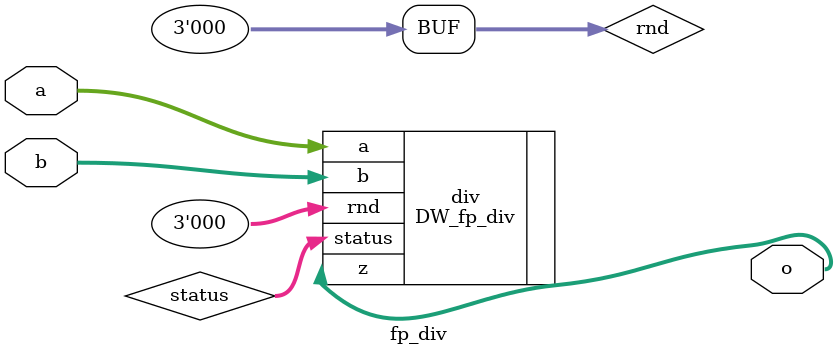
<source format=v>
module fp_div (
    input [15:0] a,
    input [15:0] b,
    output [15:0] o
);

wire [2:0] rnd = 3'b0;
wire [7:0] status;

DW_fp_div #(
    .sig_width(7),
    .exp_width(8),
    .ieee_compliance(1'b1)
) div (
    .a(a),
    .b(b),
    .rnd(rnd),
    .z(o),
    .status(status)
);

endmodule

</source>
